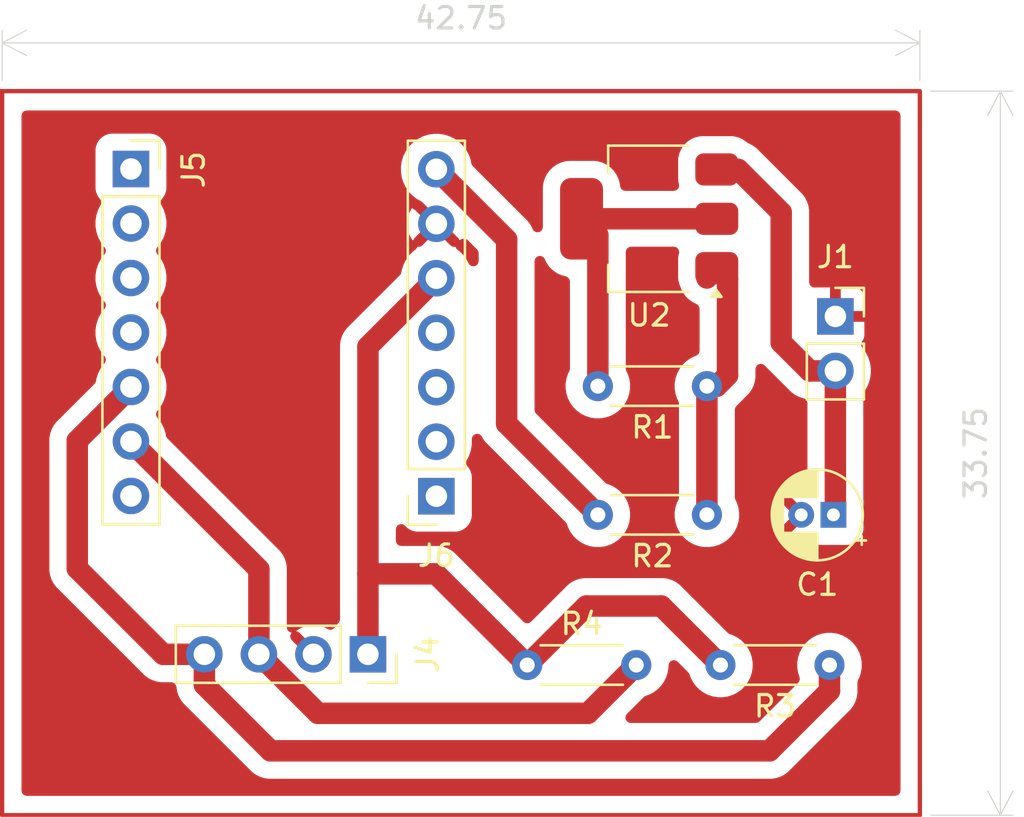
<source format=kicad_pcb>
(kicad_pcb (version 20241229) (generator "pcbnew") (generator_version "9.0")
  (layers (0 "F.Cu" signal) (2 "B.Cu" signal) (13 "F.Paste" user) (15 "B.Paste" user) (5 "F.SilkS" user "F.Silkscreen") (7 "B.SilkS" user "B.Silkscreen") (1 "F.Mask" user) (3 "B.Mask" user) (25 "Edge.Cuts" user))
  (net 0 "")
  (net 1 "GND")
  (net 2 "VCC")
  (net 3 "3V3")
  (net 4 "SDA")
  (net 5 "SCL")
  (net 6 "Net-(U2-ADJ)")
  (net 7 "Net-(U2-VO)")
  (net 17 "VOUT 5V")
  (footprint "Resistor_THT:R_Axial_DIN0204_L3.6mm_D1.6mm_P5.08mm_Horizontal" (layer "F.Cu") (at 130.33 33 180)
    (property "Reference" "R1" (at 2.54 -1.92 0) (layer "F.SilkS"))
    (property "Value" "3kΩ")
    (fp_line (start 0.62 0.92) (end 4.46 0.92) (stroke (width 0.12)) (layer "F.SilkS"))
    (fp_line (start 0.62 -0.92) (end 4.46 -0.92) (stroke (width 0.12)) (layer "F.SilkS"))
    (pad "1" thru_hole circle (at 0 0 180) (size 1.4 1.4) (drill 0.7) (layers "*.Cu" "*.Mask") (net 6 "Net-(U2-ADJ)"))
    (pad "2" thru_hole oval (at 5.08 0 180) (size 1.4 1.4) (drill 0.7) (layers "*.Cu" "*.Mask") (net 7 "Net-(U2-VO)"))
  )
  (footprint "Connector_PinSocket_2.54mm:PinSocket_1x02_P2.54mm_Vertical" (layer "F.Cu") (at 136.315 29.75)
    (property "Reference" "J1" (at 0 -2.77 0) (layer "F.SilkS"))
    (property "Value" "Conn_01x02")
    (fp_line (start -1.33 1.27) (end -1.33 3.87) (stroke (width 0.12)) (layer "F.SilkS"))
    (fp_line (start -1.33 1.27) (end 1.33 1.27) (stroke (width 0.12)) (layer "F.SilkS"))
    (fp_line (start -1.33 3.87) (end 1.33 3.87) (stroke (width 0.12)) (layer "F.SilkS"))
    (fp_line (start 0 -1.33) (end 1.33 -1.33) (stroke (width 0.12)) (layer "F.SilkS"))
    (fp_line (start 1.33 -1.33) (end 1.33 0) (stroke (width 0.12)) (layer "F.SilkS"))
    (fp_line (start 1.33 1.27) (end 1.33 3.87) (stroke (width 0.12)) (layer "F.SilkS"))
    (pad "1" thru_hole rect (at 0 0) (size 1.7 1.7) (drill 1) (layers "*.Cu" "*.Mask") (net 1 "GND"))
    (pad "2" thru_hole circle (at 0 2.54) (size 1.7 1.7) (drill 1) (layers "*.Cu" "*.Mask") (net 2 "VCC"))
  )
  (footprint "Resistor_THT:R_Axial_DIN0204_L3.6mm_D1.6mm_P5.08mm_Horizontal" (layer "F.Cu") (at 130.33 39 180)
    (property "Reference" "R2" (at 2.54 -1.92 0) (layer "F.SilkS"))
    (property "Value" "1kΩ")
    (fp_line (start 0.62 0.92) (end 4.46 0.92) (stroke (width 0.12)) (layer "F.SilkS"))
    (fp_line (start 0.62 -0.92) (end 4.46 -0.92) (stroke (width 0.12)) (layer "F.SilkS"))
    (pad "1" thru_hole circle (at 0 0 180) (size 1.4 1.4) (drill 0.7) (layers "*.Cu" "*.Mask") (net 6 "Net-(U2-ADJ)"))
    (pad "2" thru_hole oval (at 5.08 0 180) (size 1.4 1.4) (drill 0.7) (layers "*.Cu" "*.Mask") (net 17 "VOUT 5V"))
  )
  (footprint "Resistor_THT:R_Axial_DIN0204_L3.6mm_D1.6mm_P5.08mm_Horizontal" (layer "F.Cu") (at 136.04 46 180)
    (property "Reference" "R3" (at 2.54 -1.92 0) (layer "F.SilkS"))
    (property "Value" "4.7kΩ")
    (fp_line (start 0.62 0.92) (end 4.46 0.92) (stroke (width 0.12)) (layer "F.SilkS"))
    (fp_line (start 0.62 -0.92) (end 4.46 -0.92) (stroke (width 0.12)) (layer "F.SilkS"))
    (pad "1" thru_hole circle (at 0 0 180) (size 1.4 1.4) (drill 0.7) (layers "*.Cu" "*.Mask") (net 4 "SDA"))
    (pad "2" thru_hole oval (at 5.08 0 180) (size 1.4 1.4) (drill 0.7) (layers "*.Cu" "*.Mask") (net 3 "3V3"))
  )
  (footprint "Package_TO_SOT_SMD:SOT-223-3_TabPin2" (layer "F.Cu") (at 127.64 25.2 180)
    (property "Reference" "U2" (at 0 -4.5 0) (layer "F.SilkS"))
    (property "Value" "AMS1117")
    (fp_line (start 1.91 3.41) (end 1.91 2.15) (stroke (width 0.12)) (layer "F.SilkS"))
    (fp_line (start 1.91 -3.41) (end 1.91 -2.15) (stroke (width 0.12)) (layer "F.SilkS"))
    (fp_line (start -1.85 3.41) (end 1.91 3.41) (stroke (width 0.12)) (layer "F.SilkS"))
    (fp_line (start -1.85 -3.41) (end 1.91 -3.41) (stroke (width 0.12)) (layer "F.SilkS"))
    (fp_poly (pts (xy -3.13 -3.31) (xy -3.37 -3.64) (xy -2.89 -3.64) (xy -3.13 -3.31)) (stroke (width 0.12)) (fill yes) (layer "F.SilkS"))
    (pad "1" smd roundrect (at -3.15 -2.3 180) (size 2 1.5) (layers "F.Cu" "F.Mask" "F.Paste") (net 6 "Net-(U2-ADJ)"))
    (pad "2" smd roundrect (at -3.15 0 180) (size 2 1.5) (layers "F.Cu" "F.Mask" "F.Paste") (net 7 "Net-(U2-VO)"))
    (pad "2" smd roundrect (at 3.15 0 180) (size 2 3.8) (layers "F.Cu" "F.Mask" "F.Paste") (net 7 "Net-(U2-VO)"))
    (pad "3" smd roundrect (at -3.15 2.3 180) (size 2 1.5) (layers "F.Cu" "F.Mask" "F.Paste") (net 2 "VCC"))
  )
  (footprint "Connector_PinSocket_2.54mm:PinSocket_1x07_P2.54mm_Vertical" (layer "F.Cu") (at 103.5 22.88)
    (property "Reference" "J5" (at 2.916125 0.032538 90) (layer "F.SilkS"))
    (property "Value" "Conn_01x07" (hide yes))
    (fp_line (start -1.33 1.27) (end -1.33 16.57) (stroke (width 0.12)) (layer "F.SilkS"))
    (fp_line (start -1.33 1.27) (end 1.33 1.27) (stroke (width 0.12)) (layer "F.SilkS"))
    (fp_line (start -1.33 16.57) (end 1.33 16.57) (stroke (width 0.12)) (layer "F.SilkS"))
    (fp_line (start 0 -1.33) (end 1.33 -1.33) (stroke (width 0.12)) (layer "F.SilkS"))
    (fp_line (start 1.33 -1.33) (end 1.33 0) (stroke (width 0.12)) (layer "F.SilkS"))
    (fp_line (start 1.33 1.27) (end 1.33 16.57) (stroke (width 0.12)) (layer "F.SilkS"))
    (pad "1" thru_hole rect (at 0 0) (size 1.7 1.7) (drill 1) (layers "*.Cu" "*.Mask"))
    (pad "2" thru_hole circle (at 0 2.54) (size 1.7 1.7) (drill 1) (layers "*.Cu" "*.Mask"))
    (pad "3" thru_hole circle (at 0 5.08) (size 1.7 1.7) (drill 1) (layers "*.Cu" "*.Mask"))
    (pad "4" thru_hole circle (at 0 7.62) (size 1.7 1.7) (drill 1) (layers "*.Cu" "*.Mask"))
    (pad "5" thru_hole circle (at 0 10.16) (size 1.7 1.7) (drill 1) (layers "*.Cu" "*.Mask") (net 4 "SDA"))
    (pad "6" thru_hole circle (at 0 12.7) (size 1.7 1.7) (drill 1) (layers "*.Cu" "*.Mask") (net 5 "SCL"))
    (pad "7" thru_hole circle (at 0 15.24) (size 1.7 1.7) (drill 1) (layers "*.Cu" "*.Mask"))
  )
  (footprint "Connector_PinSocket_2.54mm:PinSocket_1x07_P2.54mm_Vertical" (layer "F.Cu") (at 117.727747 38.131176 180)
    (property "Reference" "J6" (at 0 -2.77 0) (layer "F.SilkS"))
    (property "Value" "Conn_01x07")
    (fp_line (start 1.33 1.27) (end 1.33 16.57) (stroke (width 0.12)) (layer "F.SilkS"))
    (fp_line (start 1.33 -1.33) (end 1.33 0) (stroke (width 0.12)) (layer "F.SilkS"))
    (fp_line (start 0 -1.33) (end 1.33 -1.33) (stroke (width 0.12)) (layer "F.SilkS"))
    (fp_line (start -1.33 16.57) (end 1.33 16.57) (stroke (width 0.12)) (layer "F.SilkS"))
    (fp_line (start -1.33 1.27) (end 1.33 1.27) (stroke (width 0.12)) (layer "F.SilkS"))
    (fp_line (start -1.33 1.27) (end -1.33 16.57) (stroke (width 0.12)) (layer "F.SilkS"))
    (pad "1" thru_hole rect (at 0 0 180) (size 1.7 1.7) (drill 1) (layers "*.Cu" "*.Mask"))
    (pad "2" thru_hole circle (at 0 2.54 180) (size 1.7 1.7) (drill 1) (layers "*.Cu" "*.Mask"))
    (pad "3" thru_hole circle (at 0 5.08 180) (size 1.7 1.7) (drill 1) (layers "*.Cu" "*.Mask"))
    (pad "4" thru_hole circle (at 0 7.62 180) (size 1.7 1.7) (drill 1) (layers "*.Cu" "*.Mask"))
    (pad "5" thru_hole circle (at 0 10.16 180) (size 1.7 1.7) (drill 1) (layers "*.Cu" "*.Mask") (net 3 "3V3"))
    (pad "6" thru_hole circle (at 0 12.7 180) (size 1.7 1.7) (drill 1) (layers "*.Cu" "*.Mask") (net 1 "GND"))
    (pad "7" thru_hole circle (at 0 15.24 180) (size 1.7 1.7) (drill 1) (layers "*.Cu" "*.Mask") (net 17 "VOUT 5V"))
  )
  (footprint "Resistor_THT:R_Axial_DIN0204_L3.6mm_D1.6mm_P5.08mm_Horizontal" (layer "F.Cu") (at 121.96 46)
    (property "Reference" "R4" (at 2.54 -1.92 0) (layer "F.SilkS"))
    (property "Value" "4.7kΩ")
    (fp_line (start 0.62 -0.92) (end 4.46 -0.92) (stroke (width 0.12)) (layer "F.SilkS"))
    (fp_line (start 0.62 0.92) (end 4.46 0.92) (stroke (width 0.12)) (layer "F.SilkS"))
    (pad "1" thru_hole circle (at 0 0) (size 1.4 1.4) (drill 0.7) (layers "*.Cu" "*.Mask") (net 3 "3V3"))
    (pad "2" thru_hole oval (at 5.08 0) (size 1.4 1.4) (drill 0.7) (layers "*.Cu" "*.Mask") (net 5 "SCL"))
  )
  (footprint "Capacitor_THT:CP_Radial_D4.0mm_P1.50mm" (layer "F.Cu") (at 136.2226 39 180)
    (property "Reference" "C1" (at 0.75 -3.25 0) (layer "F.SilkS"))
    (property "Value" "10uF")
    (fp_line (start 2.83 -0.37) (end 2.83 0.37) (stroke (width 0.12)) (layer "F.SilkS"))
    (fp_line (start 2.79 -0.537) (end 2.79 0.537) (stroke (width 0.12)) (layer "F.SilkS"))
    (fp_line (start 2.75 -0.663) (end 2.75 0.663) (stroke (width 0.12)) (layer "F.SilkS"))
    (fp_line (start 2.71 -0.768) (end 2.71 0.768) (stroke (width 0.12)) (layer "F.SilkS"))
    (fp_line (start 2.67 -0.859) (end 2.67 0.859) (stroke (width 0.12)) (layer "F.SilkS"))
    (fp_line (start 2.63 -0.94) (end 2.63 0.94) (stroke (width 0.12)) (layer "F.SilkS"))
    (fp_line (start 2.59 -1.013) (end 2.59 1.013) (stroke (width 0.12)) (layer "F.SilkS"))
    (fp_line (start 2.55 -1.08) (end 2.55 1.08) (stroke (width 0.12)) (layer "F.SilkS"))
    (fp_line (start 2.51 -1.142) (end 2.51 1.142) (stroke (width 0.12)) (layer "F.SilkS"))
    (fp_line (start 2.47 -1.199) (end 2.47 1.199) (stroke (width 0.12)) (layer "F.SilkS"))
    (fp_line (start 2.43 -1.253) (end 2.43 1.253) (stroke (width 0.12)) (layer "F.SilkS"))
    (fp_line (start 2.39 -1.303) (end 2.39 1.303) (stroke (width 0.12)) (layer "F.SilkS"))
    (fp_line (start 2.35 -1.351) (end 2.35 1.351) (stroke (width 0.12)) (layer "F.SilkS"))
    (fp_line (start 2.31 0.84) (end 2.31 1.396) (stroke (width 0.12)) (layer "F.SilkS"))
    (fp_line (start 2.31 -1.396) (end 2.31 -0.84) (stroke (width 0.12)) (layer "F.SilkS"))
    (fp_line (start 2.27 0.84) (end 2.27 1.438) (stroke (width 0.12)) (layer "F.SilkS"))
    (fp_line (start 2.27 -1.438) (end 2.27 -0.84) (stroke (width 0.12)) (layer "F.SilkS"))
    (fp_line (start 2.23 0.84) (end 2.23 1.478) (stroke (width 0.12)) (layer "F.SilkS"))
    (fp_line (start 2.23 -1.478) (end 2.23 -0.84) (stroke (width 0.12)) (layer "F.SilkS"))
    (fp_line (start 2.19 0.84) (end 2.19 1.516) (stroke (width 0.12)) (layer "F.SilkS"))
    (fp_line (start 2.19 -1.516) (end 2.19 -0.84) (stroke (width 0.12)) (layer "F.SilkS"))
    (fp_line (start 2.15 0.84) (end 2.15 1.552) (stroke (width 0.12)) (layer "F.SilkS"))
    (fp_line (start 2.15 -1.552) (end 2.15 -0.84) (stroke (width 0.12)) (layer "F.SilkS"))
    (fp_line (start 2.11 0.84) (end 2.11 1.586) (stroke (width 0.12)) (layer "F.SilkS"))
    (fp_line (start 2.11 -1.586) (end 2.11 -0.84) (stroke (width 0.12)) (layer "F.SilkS"))
    (fp_line (start 2.07 0.84) (end 2.07 1.619) (stroke (width 0.12)) (layer "F.SilkS"))
    (fp_line (start 2.07 -1.619) (end 2.07 -0.84) (stroke (width 0.12)) (layer "F.SilkS"))
    (fp_line (start 2.03 0.84) (end 2.03 1.65) (stroke (width 0.12)) (layer "F.SilkS"))
    (fp_line (start 2.03 -1.65) (end 2.03 -0.84) (stroke (width 0.12)) (layer "F.SilkS"))
    (fp_line (start 1.99 0.84) (end 1.99 1.68) (stroke (width 0.12)) (layer "F.SilkS"))
    (fp_line (start 1.99 -1.68) (end 1.99 -0.84) (stroke (width 0.12)) (layer "F.SilkS"))
    (fp_line (start 1.95 0.84) (end 1.95 1.708) (stroke (width 0.12)) (layer "F.SilkS"))
    (fp_line (start 1.95 -1.708) (end 1.95 -0.84) (stroke (width 0.12)) (layer "F.SilkS"))
    (fp_line (start 1.91 0.84) (end 1.91 1.734) (stroke (width 0.12)) (layer "F.SilkS"))
    (fp_line (start 1.91 -1.734) (end 1.91 -0.84) (stroke (width 0.12)) (layer "F.SilkS"))
    (fp_line (start 1.87 0.84) (end 1.87 1.76) (stroke (width 0.12)) (layer "F.SilkS"))
    (fp_line (start 1.87 -1.76) (end 1.87 -0.84) (stroke (width 0.12)) (layer "F.SilkS"))
    (fp_line (start 1.83 0.84) (end 1.83 1.784) (stroke (width 0.12)) (layer "F.SilkS"))
    (fp_line (start 1.83 -1.784) (end 1.83 -0.84) (stroke (width 0.12)) (layer "F.SilkS"))
    (fp_line (start 1.79 0.84) (end 1.79 1.807) (stroke (width 0.12)) (layer "F.SilkS"))
    (fp_line (start 1.79 -1.807) (end 1.79 -0.84) (stroke (width 0.12)) (layer "F.SilkS"))
    (fp_line (start 1.75 0.84) (end 1.75 1.829) (stroke (width 0.12)) (layer "F.SilkS"))
    (fp_line (start 1.75 -1.829) (end 1.75 -0.84) (stroke (width 0.12)) (layer "F.SilkS"))
    (fp_line (start 1.71 0.84) (end 1.71 1.85) (stroke (width 0.12)) (layer "F.SilkS"))
    (fp_line (start 1.71 -1.85) (end 1.71 -0.84) (stroke (width 0.12)) (layer "F.SilkS"))
    (fp_line (start 1.67 0.84) (end 1.67 1.87) (stroke (width 0.12)) (layer "F.SilkS"))
    (fp_line (start 1.67 -1.87) (end 1.67 -0.84) (stroke (width 0.12)) (layer "F.SilkS"))
    (fp_line (start 1.63 0.84) (end 1.63 1.889) (stroke (width 0.12)) (layer "F.SilkS"))
    (fp_line (start 1.63 -1.889) (end 1.63 -0.84) (stroke (width 0.12)) (layer "F.SilkS"))
    (fp_line (start 1.59 0.84) (end 1.59 1.906) (stroke (width 0.12)) (layer "F.SilkS"))
    (fp_line (start 1.59 -1.906) (end 1.59 -0.84) (stroke (width 0.12)) (layer "F.SilkS"))
    (fp_line (start 1.55 0.84) (end 1.55 1.923) (stroke (width 0.12)) (layer "F.SilkS"))
    (fp_line (start 1.55 -1.923) (end 1.55 -0.84) (stroke (width 0.12)) (layer "F.SilkS"))
    (fp_line (start 1.51 0.84) (end 1.51 1.939) (stroke (width 0.12)) (layer "F.SilkS"))
    (fp_line (start 1.51 -1.939) (end 1.51 -0.84) (stroke (width 0.12)) (layer "F.SilkS"))
    (fp_line (start 1.47 0.84) (end 1.47 1.954) (stroke (width 0.12)) (layer "F.SilkS"))
    (fp_line (start 1.47 -1.954) (end 1.47 -0.84) (stroke (width 0.12)) (layer "F.SilkS"))
    (fp_line (start 1.43 0.84) (end 1.43 1.968) (stroke (width 0.12)) (layer "F.SilkS"))
    (fp_line (start 1.43 -1.968) (end 1.43 -0.84) (stroke (width 0.12)) (layer "F.SilkS"))
    (fp_line (start 1.39 0.84) (end 1.39 1.981) (stroke (width 0.12)) (layer "F.SilkS"))
    (fp_line (start 1.39 -1.981) (end 1.39 -0.84) (stroke (width 0.12)) (layer "F.SilkS"))
    (fp_line (start 1.35 0.84) (end 1.35 1.993) (stroke (width 0.12)) (layer "F.SilkS"))
    (fp_line (start 1.35 -1.993) (end 1.35 -0.84) (stroke (width 0.12)) (layer "F.SilkS"))
    (fp_line (start 1.31 0.84) (end 1.31 2.005) (stroke (width 0.12)) (layer "F.SilkS"))
    (fp_line (start 1.31 -2.005) (end 1.31 -0.84) (stroke (width 0.12)) (layer "F.SilkS"))
    (fp_line (start 1.27 0.84) (end 1.27 2.015) (stroke (width 0.12)) (layer "F.SilkS"))
    (fp_line (start 1.27 -2.015) (end 1.27 -0.84) (stroke (width 0.12)) (layer "F.SilkS"))
    (fp_line (start 1.23 0.84) (end 1.23 2.025) (stroke (width 0.12)) (layer "F.SilkS"))
    (fp_line (start 1.23 -2.025) (end 1.23 -0.84) (stroke (width 0.12)) (layer "F.SilkS"))
    (fp_line (start 1.19 0.84) (end 1.19 2.034) (stroke (width 0.12)) (layer "F.SilkS"))
    (fp_line (start 1.19 -2.034) (end 1.19 -0.84) (stroke (width 0.12)) (layer "F.SilkS"))
    (fp_line (start 1.15 0.84) (end 1.15 2.042) (stroke (width 0.12)) (layer "F.SilkS"))
    (fp_line (start 1.15 -2.042) (end 1.15 -0.84) (stroke (width 0.12)) (layer "F.SilkS"))
    (fp_line (start 1.11 0.84) (end 1.11 2.049) (stroke (width 0.12)) (layer "F.SilkS"))
    (fp_line (start 1.11 -2.049) (end 1.11 -0.84) (stroke (width 0.12)) (layer "F.SilkS"))
    (fp_line (start 1.07 0.84) (end 1.07 2.056) (stroke (width 0.12)) (layer "F.SilkS"))
    (fp_line (start 1.07 -2.056) (end 1.07 -0.84) (stroke (width 0.12)) (layer "F.SilkS"))
    (fp_line (start 1.03 0.84) (end 1.03 2.061) (stroke (width 0.12)) (layer "F.SilkS"))
    (fp_line (start 1.03 -2.061) (end 1.03 -0.84) (stroke (width 0.12)) (layer "F.SilkS"))
    (fp_line (start 0.99 0.84) (end 0.99 2.066) (stroke (width 0.12)) (layer "F.SilkS"))
    (fp_line (start 0.99 -2.066) (end 0.99 -0.84) (stroke (width 0.12)) (layer "F.SilkS"))
    (fp_line (start 0.95 0.84) (end 0.95 2.071) (stroke (width 0.12)) (layer "F.SilkS"))
    (fp_line (start 0.95 -2.071) (end 0.95 -0.84) (stroke (width 0.12)) (layer "F.SilkS"))
    (fp_line (start 0.91 0.84) (end 0.91 2.074) (stroke (width 0.12)) (layer "F.SilkS"))
    (fp_line (start 0.91 -2.074) (end 0.91 -0.84) (stroke (width 0.12)) (layer "F.SilkS"))
    (fp_line (start 0.87 0.84) (end 0.87 2.077) (stroke (width 0.12)) (layer "F.SilkS"))
    (fp_line (start 0.87 -2.077) (end 0.87 -0.84) (stroke (width 0.12)) (layer "F.SilkS"))
    (fp_line (start 0.83 0.84) (end 0.83 2.078) (stroke (width 0.12)) (layer "F.SilkS"))
    (fp_line (start 0.83 -2.078) (end 0.83 -0.84) (stroke (width 0.12)) (layer "F.SilkS"))
    (fp_line (start 0.79 0.84) (end 0.79 2.08) (stroke (width 0.12)) (layer "F.SilkS"))
    (fp_line (start 0.79 -2.08) (end 0.79 -0.84) (stroke (width 0.12)) (layer "F.SilkS"))
    (fp_line (start 0.75 0.84) (end 0.75 2.08) (stroke (width 0.12)) (layer "F.SilkS"))
    (fp_line (start 0.75 -2.08) (end 0.75 -0.84) (stroke (width 0.12)) (layer "F.SilkS"))
    (fp_line (start -1.319801 -1.395) (end -1.319801 -0.995) (stroke (width 0.12)) (layer "F.SilkS"))
    (fp_line (start -1.519801 -1.195) (end -1.119801 -1.195) (stroke (width 0.12)) (layer "F.SilkS"))
    (fp_circle (center 0.75 0) (end 2.87 0) (stroke (width 0.12)) (fill no) (layer "F.SilkS"))
    (pad "1" thru_hole rect (at 0 0 180) (size 1.2 1.2) (drill 0.6) (layers "*.Cu" "*.Mask") (net 2 "VCC"))
    (pad "2" thru_hole circle (at 1.5 0 180) (size 1.2 1.2) (drill 0.6) (layers "*.Cu" "*.Mask") (net 1 "GND"))
  )
  (footprint "Connector_PinSocket_2.54mm:PinSocket_1x04_P2.54mm_Vertical" (layer "F.Cu") (at 114.54 45.5 -90)
    (property "Reference" "J4" (at 0 -2.77 90) (layer "F.SilkS"))
    (property "Value" "Conn_01x04")
    (fp_line (start -1.33 8.95) (end 1.33 8.95) (stroke (width 0.12)) (layer "F.SilkS"))
    (fp_line (start -1.33 1.27) (end -1.33 8.95) (stroke (width 0.12)) (layer "F.SilkS"))
    (fp_line (start -1.33 1.27) (end 1.33 1.27) (stroke (width 0.12)) (layer "F.SilkS"))
    (fp_line (start 1.33 1.27) (end 1.33 8.95) (stroke (width 0.12)) (layer "F.SilkS"))
    (fp_line (start 0 -1.33) (end 1.33 -1.33) (stroke (width 0.12)) (layer "F.SilkS"))
    (fp_line (start 1.33 -1.33) (end 1.33 0) (stroke (width 0.12)) (layer "F.SilkS"))
    (pad "1" thru_hole rect (at 0 0 270) (size 1.7 1.7) (drill 1) (layers "*.Cu" "*.Mask") (net 3 "3V3"))
    (pad "2" thru_hole circle (at 0 2.54 270) (size 1.7 1.7) (drill 1) (layers "*.Cu" "*.Mask") (net 1 "GND"))
    (pad "3" thru_hole circle (at 0 5.08 270) (size 1.7 1.7) (drill 1) (layers "*.Cu" "*.Mask") (net 5 "SCL"))
    (pad "4" thru_hole circle (at 0 7.62 270) (size 1.7 1.7) (drill 1) (layers "*.Cu" "*.Mask") (net 4 "SDA"))
  )
  (gr_rect (start 97.5 19.25) (end 140.25 53) (stroke (width 0.2)) (fill no) (layer "F.Cu"))
  (dimension (type orthogonal) (layer "Edge.Cuts") (pts (xy 140.25 19.25) (xy 140.25 53)) (height 3.75) (orientation 1) (format (prefix "") (suffix "") (units 3) (units_format 0) (precision 4) (suppress_zeroes yes)) (style (thickness 0.05) (arrow_length 1.27) (text_position_mode 0) (arrow_direction outward) (extension_height 0.58642) (extension_offset 0.5) (keep_text_aligned yes)) (gr_text "33,75" (at 142.85 36.125 90) (layer "Edge.Cuts") (effects (font (size 1 1) (thickness 0.15)))))
  (dimension (type orthogonal) (layer "Edge.Cuts") (pts (xy 97.5 19.25) (xy 140.25 19.25)) (height -2.25) (orientation 0) (format (prefix "") (suffix "") (units 3) (units_format 0) (precision 4) (suppress_zeroes yes)) (style (thickness 0.05) (arrow_length 1.27) (text_position_mode 0) (arrow_direction outward) (extension_height 0.58642) (extension_offset 0.5) (keep_text_aligned yes)) (gr_text "42,75" (at 118.875 15.85 0) (layer "Edge.Cuts") (effects (font (size 1 1) (thickness 0.15)))))
  (segment (start 113.791338 25.431176) (end 113.770193 25.410031) (width 1) (layer "F.Cu") (net 1))
  (segment (start 130.79 22.9) (end 131.79 22.9) (width 1) (layer "F.Cu") (net 2))
  (segment (start 136.315 32.29) (end 136.315 38.9076) (width 1) (layer "F.Cu") (net 2))
  (segment (start 133.79 30.967081) (end 135.112919 32.29) (width 1) (layer "F.Cu") (net 2))
  (segment (start 136.315 38.9076) (end 136.2226 39) (width 1) (layer "F.Cu") (net 2))
  (segment (start 131.79 22.9) (end 133.79 24.9) (width 1) (layer "F.Cu") (net 2))
  (segment (start 133.79 24.9) (end 133.79 30.967081) (width 1) (layer "F.Cu") (net 2))
  (segment (start 135.112919 32.29) (end 136.315 32.29) (width 1) (layer "F.Cu") (net 2))
  (segment (start 114.54 31.158923) (end 114.54 41.75) (width 1) (layer "F.Cu") (net 3))
  (segment (start 117.71 41.75) (end 114.54 41.75) (width 1) (layer "F.Cu") (net 3))
  (segment (start 121.96 46) (end 117.71 41.75) (width 1) (layer "F.Cu") (net 3))
  (segment (start 124.71 43.25) (end 121.96 46) (width 1) (layer "F.Cu") (net 3))
  (segment (start 130.96 46) (end 128.21 43.25) (width 1) (layer "F.Cu") (net 3))
  (segment (start 128.21 43.25) (end 124.71 43.25) (width 1) (layer "F.Cu") (net 3))
  (segment (start 114.54 41.75) (end 114.54 45.5) (width 1) (layer "F.Cu") (net 3))
  (segment (start 117.727747 27.971176) (end 114.54 31.158923) (width 1) (layer "F.Cu") (net 3))
  (segment (start 103.5 33.04) (end 101 35.54) (width 1) (layer "F.Cu") (net 4))
  (segment (start 105 45.5) (end 106.92 45.5) (width 1) (layer "F.Cu") (net 4))
  (segment (start 133.25 50) (end 110 50) (width 1) (layer "F.Cu") (net 4))
  (segment (start 136.04 47.21) (end 133.25 50) (width 1) (layer "F.Cu") (net 4))
  (segment (start 106.92 46.92) (end 106.92 45.5) (width 1) (layer "F.Cu") (net 4))
  (segment (start 101 41.5) (end 105 45.5) (width 1) (layer "F.Cu") (net 4))
  (segment (start 101 35.54) (end 101 41.5) (width 1) (layer "F.Cu") (net 4))
  (segment (start 136.04 46) (end 136.04 47.21) (width 1) (layer "F.Cu") (net 4))
  (segment (start 110 50) (end 106.92 46.92) (width 1) (layer "F.Cu") (net 4))
  (segment (start 112.21 48.25) (end 109.46 45.5) (width 1) (layer "F.Cu") (net 5))
  (segment (start 109.46 41.54) (end 109.46 45.5) (width 1) (layer "F.Cu") (net 5))
  (segment (start 124.79 48.25) (end 112.21 48.25) (width 1) (layer "F.Cu") (net 5))
  (segment (start 103.5 35.58) (end 109.46 41.54) (width 1) (layer "F.Cu") (net 5))
  (segment (start 127.04 46) (end 124.79 48.25) (width 1) (layer "F.Cu") (net 5))
  (segment (start 130.33 27.96) (end 130.79 27.5) (width 1) (layer "F.Cu") (net 6))
  (segment (start 130.79 33) (end 130.33 33) (width 1) (layer "F.Cu") (net 6))
  (segment (start 130.33 33) (end 130.33 39) (width 1) (layer "F.Cu") (net 6))
  (segment (start 131.29 28) (end 131.29 32.5) (width 1) (layer "F.Cu") (net 6))
  (segment (start 131.29 32.5) (end 130.79 33) (width 1) (layer "F.Cu") (net 6))
  (segment (start 130.79 27.5) (end 131.29 28) (width 1) (layer "F.Cu") (net 6))
  (segment (start 125.25 33) (end 125.25 25.96) (width 1) (layer "F.Cu") (net 7))
  (segment (start 124.49 25.2) (end 130.79 25.2) (width 1) (layer "F.Cu") (net 7))
  (segment (start 125.25 25.96) (end 124.49 25.2) (width 1) (layer "F.Cu") (net 7))
  (segment (start 117.727747 22.891176) (end 121 26.163429) (width 1) (layer "F.Cu") (net 17))
  (segment (start 121 26.163429) (end 121 34.75) (width 1) (layer "F.Cu") (net 17))
  (segment (start 121 34.75) (end 125.25 39) (width 1) (layer "F.Cu") (net 17))
  (zone (net 1) (net_name "GND") (layer "F.Cu") (connect_pads (clearance 0.8)) (min_thickness 0.5) (fill yes (thermal_gap 0.5) (thermal_bridge_width 0.5))
    (polygon (pts (xy 98.25 20) (xy 139.5 20) (xy 139.5 52.25) (xy 98.25 52.25)))
  )
)
</source>
